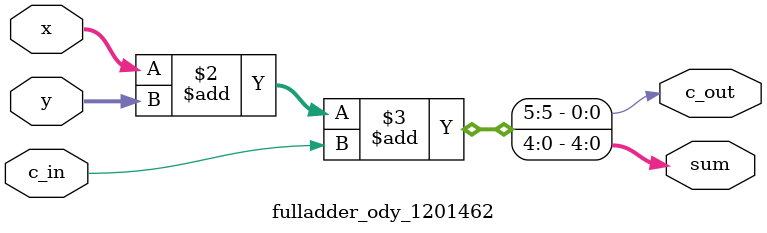
<source format=v>

module fulladder_ody_1201462 #(parameter n=3) (x,y,c_in,sum,c_out);//full adder module
input signed [n:0] x ; //inputs 
input signed [n:0] y ;//inputs 
input c_in;//input carry
output reg c_out;//output carry 
output reg signed  [n+1:0] sum;//reg>register-&this is the output from the adder and it's 1 bit more than the inputs

 always @ (x or y or c_in)begin  
    {c_out, sum} = x + y + c_in;  //behavoral implimentation for the operation of FA
  end  
endmodule 
</source>
